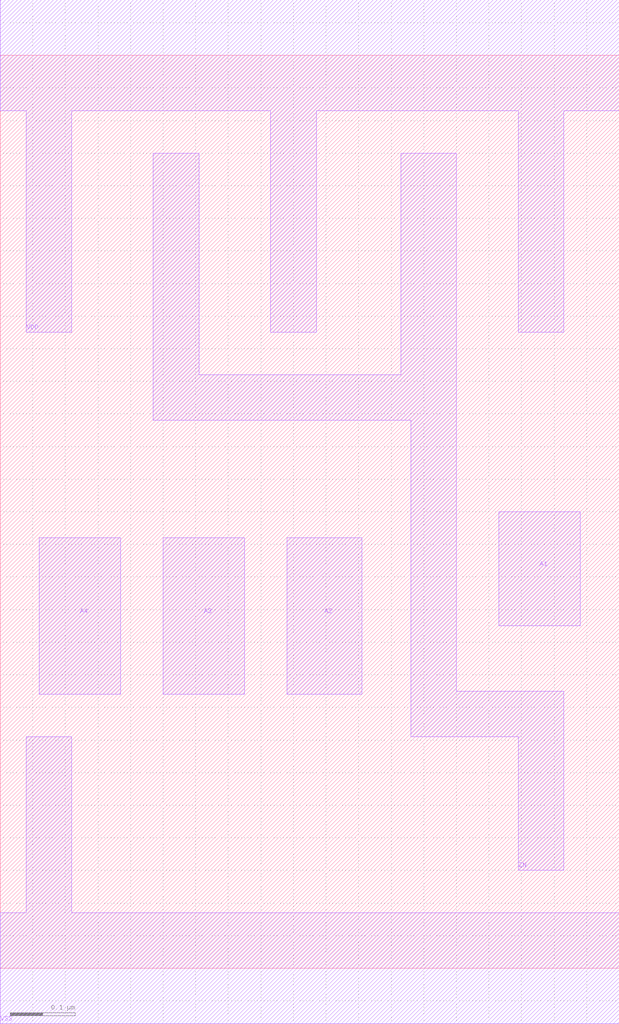
<source format=lef>
# 
# ******************************************************************************
# *                                                                            *
# *                   Copyright (C) 2004-2010, Nangate Inc.                    *
# *                           All rights reserved.                             *
# *                                                                            *
# * Nangate and the Nangate logo are trademarks of Nangate Inc.                *
# *                                                                            *
# * All trademarks, logos, software marks, and trade names (collectively the   *
# * "Marks") in this program are proprietary to Nangate or other respective    *
# * owners that have granted Nangate the right and license to use such Marks.  *
# * You are not permitted to use the Marks without the prior written consent   *
# * of Nangate or such third party that may own the Marks.                     *
# *                                                                            *
# * This file has been provided pursuant to a License Agreement containing     *
# * restrictions on its use. This file contains valuable trade secrets and     *
# * proprietary information of Nangate Inc., and is protected by U.S. and      *
# * international laws and/or treaties.                                        *
# *                                                                            *
# * The copyright notice(s) in this file does not indicate actual or intended  *
# * publication of this file.                                                  *
# *                                                                            *
# *     NGLibraryCreator, v2010.08-HR32-SP3-2010-08-05 - build 1009061800      *
# *                                                                            *
# ******************************************************************************
# 
# 
# Running on brazil06.nangate.com.br for user Giancarlo Franciscatto (gfr).
# Local time is now Fri, 3 Dec 2010, 19:32:18.
# Main process id is 27821.

VERSION 5.6 ;
BUSBITCHARS "[]" ;
DIVIDERCHAR "/" ;

MACRO NAND4_X1
  CLASS core ;
  FOREIGN NAND4_X1 0.0 0.0 ;
  ORIGIN 0 0 ;
  SYMMETRY X Y ;
  SITE FreePDK45_38x28_10R_NP_162NW_34O ;
  SIZE 0.95 BY 1.4 ;
  PIN A1
    DIRECTION INPUT ;
    ANTENNAPARTIALMETALAREA 0.021875 LAYER metal1 ;
    ANTENNAPARTIALMETALSIDEAREA 0.078 LAYER metal1 ;
    ANTENNAGATEAREA 0.05225 ;
    PORT
      LAYER metal1 ;
        POLYGON 0.765 0.525 0.89 0.525 0.89 0.7 0.765 0.7  ;
    END
  END A1
  PIN A2
    DIRECTION INPUT ;
    ANTENNAPARTIALMETALAREA 0.0276 LAYER metal1 ;
    ANTENNAPARTIALMETALSIDEAREA 0.0923 LAYER metal1 ;
    ANTENNAGATEAREA 0.05225 ;
    PORT
      LAYER metal1 ;
        POLYGON 0.44 0.42 0.555 0.42 0.555 0.66 0.44 0.66  ;
    END
  END A2
  PIN A3
    DIRECTION INPUT ;
    ANTENNAPARTIALMETALAREA 0.03 LAYER metal1 ;
    ANTENNAPARTIALMETALSIDEAREA 0.0949 LAYER metal1 ;
    ANTENNAGATEAREA 0.05225 ;
    PORT
      LAYER metal1 ;
        POLYGON 0.25 0.42 0.375 0.42 0.375 0.66 0.25 0.66  ;
    END
  END A3
  PIN A4
    DIRECTION INPUT ;
    ANTENNAPARTIALMETALAREA 0.03 LAYER metal1 ;
    ANTENNAPARTIALMETALSIDEAREA 0.0949 LAYER metal1 ;
    ANTENNAGATEAREA 0.05225 ;
    PORT
      LAYER metal1 ;
        POLYGON 0.06 0.42 0.185 0.42 0.185 0.66 0.06 0.66  ;
    END
  END A4
  PIN ZN
    DIRECTION OUTPUT ;
    ANTENNAPARTIALMETALAREA 0.1451 LAYER metal1 ;
    ANTENNAPARTIALMETALSIDEAREA 0.5382 LAYER metal1 ;
    ANTENNADIFFAREA 0.219975 ;
    PORT
      LAYER metal1 ;
        POLYGON 0.235 0.84 0.63 0.84 0.63 0.355 0.795 0.355 0.795 0.15 0.865 0.15 0.865 0.425 0.7 0.425 0.7 1.25 0.615 1.25 0.615 0.91 0.305 0.91 0.305 1.25 0.235 1.25  ;
    END
  END ZN
  PIN VDD
    DIRECTION INOUT ;
    USE power ;
    SHAPE ABUTMENT ;
    PORT
      LAYER metal1 ;
        POLYGON 0 1.315 0.04 1.315 0.04 0.975 0.11 0.975 0.11 1.315 0.415 1.315 0.415 0.975 0.485 0.975 0.485 1.315 0.795 1.315 0.795 0.975 0.865 0.975 0.865 1.315 0.95 1.315 0.95 1.485 0 1.485  ;
    END
  END VDD
  PIN VSS
    DIRECTION INOUT ;
    USE ground ;
    SHAPE ABUTMENT ;
    PORT
      LAYER metal1 ;
        POLYGON 0 -0.085 0.95 -0.085 0.95 0.085 0.11 0.085 0.11 0.355 0.04 0.355 0.04 0.085 0 0.085  ;
    END
  END VSS
END NAND4_X1

END LIBRARY
#
# End of file
#

</source>
